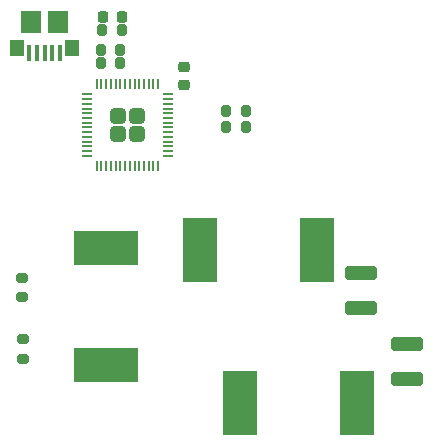
<source format=gtp>
G04 #@! TF.GenerationSoftware,KiCad,Pcbnew,(6.0.7)*
G04 #@! TF.CreationDate,2022-10-27T11:43:32+02:00*
G04 #@! TF.ProjectId,hydCircCon,68796443-6972-4634-936f-6e2e6b696361,rev?*
G04 #@! TF.SameCoordinates,Original*
G04 #@! TF.FileFunction,Paste,Top*
G04 #@! TF.FilePolarity,Positive*
%FSLAX46Y46*%
G04 Gerber Fmt 4.6, Leading zero omitted, Abs format (unit mm)*
G04 Created by KiCad (PCBNEW (6.0.7)) date 2022-10-27 11:43:32*
%MOMM*%
%LPD*%
G01*
G04 APERTURE LIST*
G04 Aperture macros list*
%AMRoundRect*
0 Rectangle with rounded corners*
0 $1 Rounding radius*
0 $2 $3 $4 $5 $6 $7 $8 $9 X,Y pos of 4 corners*
0 Add a 4 corners polygon primitive as box body*
4,1,4,$2,$3,$4,$5,$6,$7,$8,$9,$2,$3,0*
0 Add four circle primitives for the rounded corners*
1,1,$1+$1,$2,$3*
1,1,$1+$1,$4,$5*
1,1,$1+$1,$6,$7*
1,1,$1+$1,$8,$9*
0 Add four rect primitives between the rounded corners*
20,1,$1+$1,$2,$3,$4,$5,0*
20,1,$1+$1,$4,$5,$6,$7,0*
20,1,$1+$1,$6,$7,$8,$9,0*
20,1,$1+$1,$8,$9,$2,$3,0*%
G04 Aperture macros list end*
%ADD10R,2.900000X5.400000*%
%ADD11RoundRect,0.250000X1.100000X-0.325000X1.100000X0.325000X-1.100000X0.325000X-1.100000X-0.325000X0*%
%ADD12RoundRect,0.200000X-0.200000X-0.275000X0.200000X-0.275000X0.200000X0.275000X-0.200000X0.275000X0*%
%ADD13RoundRect,0.200000X0.200000X0.275000X-0.200000X0.275000X-0.200000X-0.275000X0.200000X-0.275000X0*%
%ADD14R,5.400000X2.900000*%
%ADD15RoundRect,0.200000X0.275000X-0.200000X0.275000X0.200000X-0.275000X0.200000X-0.275000X-0.200000X0*%
%ADD16R,0.400000X1.400000*%
%ADD17R,1.150000X1.450000*%
%ADD18R,1.750000X1.900000*%
%ADD19RoundRect,0.225000X0.250000X-0.225000X0.250000X0.225000X-0.250000X0.225000X-0.250000X-0.225000X0*%
%ADD20RoundRect,0.218750X-0.218750X-0.256250X0.218750X-0.256250X0.218750X0.256250X-0.218750X0.256250X0*%
%ADD21RoundRect,0.250000X-1.100000X0.325000X-1.100000X-0.325000X1.100000X-0.325000X1.100000X0.325000X0*%
%ADD22RoundRect,0.249999X-0.395001X-0.395001X0.395001X-0.395001X0.395001X0.395001X-0.395001X0.395001X0*%
%ADD23RoundRect,0.050000X-0.387500X-0.050000X0.387500X-0.050000X0.387500X0.050000X-0.387500X0.050000X0*%
%ADD24RoundRect,0.050000X-0.050000X-0.387500X0.050000X-0.387500X0.050000X0.387500X-0.050000X0.387500X0*%
G04 APERTURE END LIST*
D10*
X175150000Y-120250000D03*
X185050000Y-120250000D03*
D11*
X185400000Y-112125000D03*
X185400000Y-109175000D03*
D12*
X163375000Y-90350000D03*
X165025000Y-90350000D03*
D13*
X175650000Y-95500000D03*
X174000000Y-95500000D03*
D12*
X163525000Y-88600000D03*
X165175000Y-88600000D03*
D14*
X163800000Y-117000000D03*
X163800000Y-107100000D03*
D15*
X156750000Y-111275000D03*
X156750000Y-109625000D03*
D16*
X159925000Y-90600000D03*
X159275000Y-90600000D03*
X158625000Y-90600000D03*
X157975000Y-90600000D03*
X157325000Y-90600000D03*
D17*
X156305000Y-90180000D03*
D18*
X157500000Y-87950000D03*
D17*
X160945000Y-90180000D03*
D18*
X159750000Y-87950000D03*
D10*
X171800000Y-107250000D03*
X181700000Y-107250000D03*
D19*
X170400000Y-93275000D03*
X170400000Y-91725000D03*
D20*
X163612500Y-87500000D03*
X165187500Y-87500000D03*
D15*
X156800000Y-116475000D03*
X156800000Y-114825000D03*
D21*
X189300000Y-115225000D03*
X189300000Y-118175000D03*
D12*
X163400000Y-91450000D03*
X165050000Y-91450000D03*
D22*
X164850000Y-97475000D03*
X166450000Y-95875000D03*
X166450000Y-97475000D03*
X164850000Y-95875000D03*
D23*
X162212500Y-94075000D03*
X162212500Y-94475000D03*
X162212500Y-94875000D03*
X162212500Y-95275000D03*
X162212500Y-95675000D03*
X162212500Y-96075000D03*
X162212500Y-96475000D03*
X162212500Y-96875000D03*
X162212500Y-97275000D03*
X162212500Y-97675000D03*
X162212500Y-98075000D03*
X162212500Y-98475000D03*
X162212500Y-98875000D03*
X162212500Y-99275000D03*
D24*
X163050000Y-100112500D03*
X163450000Y-100112500D03*
X163850000Y-100112500D03*
X164250000Y-100112500D03*
X164650000Y-100112500D03*
X165050000Y-100112500D03*
X165450000Y-100112500D03*
X165850000Y-100112500D03*
X166250000Y-100112500D03*
X166650000Y-100112500D03*
X167050000Y-100112500D03*
X167450000Y-100112500D03*
X167850000Y-100112500D03*
X168250000Y-100112500D03*
D23*
X169087500Y-99275000D03*
X169087500Y-98875000D03*
X169087500Y-98475000D03*
X169087500Y-98075000D03*
X169087500Y-97675000D03*
X169087500Y-97275000D03*
X169087500Y-96875000D03*
X169087500Y-96475000D03*
X169087500Y-96075000D03*
X169087500Y-95675000D03*
X169087500Y-95275000D03*
X169087500Y-94875000D03*
X169087500Y-94475000D03*
X169087500Y-94075000D03*
D24*
X168250000Y-93237500D03*
X167850000Y-93237500D03*
X167450000Y-93237500D03*
X167050000Y-93237500D03*
X166650000Y-93237500D03*
X166250000Y-93237500D03*
X165850000Y-93237500D03*
X165450000Y-93237500D03*
X165050000Y-93237500D03*
X164650000Y-93237500D03*
X164250000Y-93237500D03*
X163850000Y-93237500D03*
X163450000Y-93237500D03*
X163050000Y-93237500D03*
D13*
X175650000Y-96800000D03*
X174000000Y-96800000D03*
M02*

</source>
